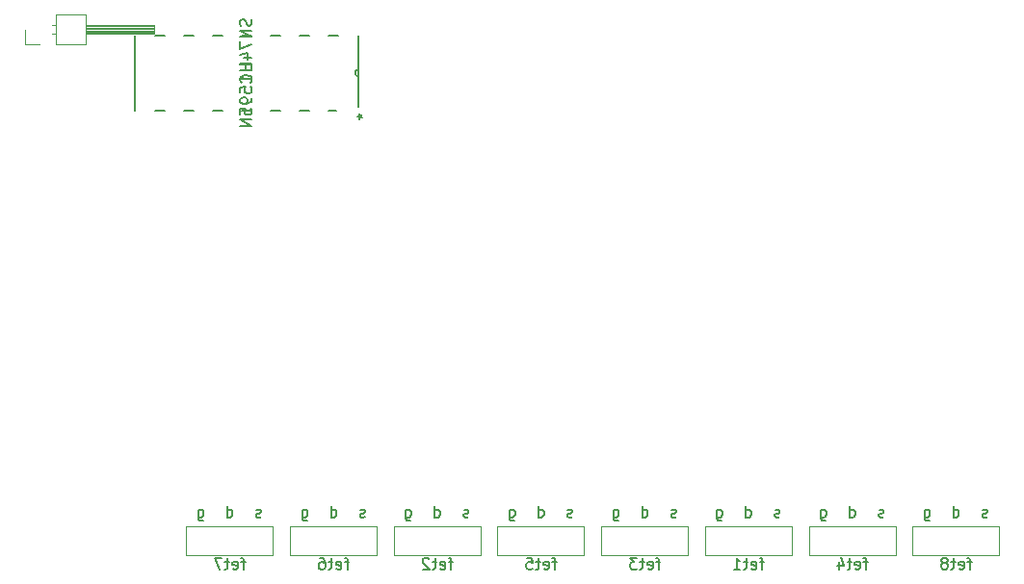
<source format=gbr>
%TF.GenerationSoftware,KiCad,Pcbnew,(5.1.6)-1*%
%TF.CreationDate,2020-12-17T21:40:49-06:00*%
%TF.ProjectId,controller,636f6e74-726f-46c6-9c65-722e6b696361,rev?*%
%TF.SameCoordinates,Original*%
%TF.FileFunction,Legend,Bot*%
%TF.FilePolarity,Positive*%
%FSLAX46Y46*%
G04 Gerber Fmt 4.6, Leading zero omitted, Abs format (unit mm)*
G04 Created by KiCad (PCBNEW (5.1.6)-1) date 2020-12-17 21:40:49*
%MOMM*%
%LPD*%
G01*
G04 APERTURE LIST*
%ADD10C,0.120000*%
%ADD11C,0.152400*%
%ADD12C,0.150000*%
G04 APERTURE END LIST*
D10*
%TO.C,fet1*%
X80491425Y-71270000D02*
X88111425Y-71270000D01*
X88111425Y-71270000D02*
X88111425Y-68730000D01*
X88111425Y-68730000D02*
X80491425Y-68730000D01*
X80491425Y-68730000D02*
X80491425Y-71270000D01*
D11*
%TO.C,U1*%
X50032500Y-29114800D02*
G75*
G02*
X50032500Y-28505200I0J304800D01*
G01*
X30347500Y-32112000D02*
X30347500Y-25508000D01*
X32138569Y-25508000D02*
X33001431Y-25508000D01*
X50032500Y-25508000D02*
X50032500Y-31838835D01*
X48099560Y-32112000D02*
X47378569Y-32112000D01*
X45701431Y-32112000D02*
X44838569Y-32112000D01*
X43161431Y-32112000D02*
X42298569Y-32112000D01*
X40621431Y-32112000D02*
X39758569Y-32112000D01*
X38081431Y-32112000D02*
X37218569Y-32112000D01*
X35541431Y-32112000D02*
X34678569Y-32112000D01*
X33001431Y-32112000D02*
X32138569Y-32112000D01*
X34678569Y-25508000D02*
X35541431Y-25508000D01*
X37218569Y-25508000D02*
X38081431Y-25508000D01*
X39758569Y-25508000D02*
X40621431Y-25508000D01*
X42298569Y-25508000D02*
X43161431Y-25508000D01*
X44838569Y-25508000D02*
X45701431Y-25508000D01*
X47378569Y-25508000D02*
X48241431Y-25508000D01*
D10*
%TO.C,J2*%
X23440000Y-26330000D02*
X23440000Y-23670000D01*
X23440000Y-23670000D02*
X26100000Y-23670000D01*
X26100000Y-23670000D02*
X26100000Y-26330000D01*
X26100000Y-26330000D02*
X23440000Y-26330000D01*
X26100000Y-25380000D02*
X32100000Y-25380000D01*
X32100000Y-25380000D02*
X32100000Y-24620000D01*
X32100000Y-24620000D02*
X26100000Y-24620000D01*
X26100000Y-25320000D02*
X32100000Y-25320000D01*
X26100000Y-25200000D02*
X32100000Y-25200000D01*
X26100000Y-25080000D02*
X32100000Y-25080000D01*
X26100000Y-24960000D02*
X32100000Y-24960000D01*
X26100000Y-24840000D02*
X32100000Y-24840000D01*
X26100000Y-24720000D02*
X32100000Y-24720000D01*
X23110000Y-25380000D02*
X23440000Y-25380000D01*
X23110000Y-24620000D02*
X23440000Y-24620000D01*
X20730000Y-25000000D02*
X20730000Y-26270000D01*
X20730000Y-26270000D02*
X22000000Y-26270000D01*
%TO.C,fet8*%
X98730000Y-71270000D02*
X106350000Y-71270000D01*
X106350000Y-71270000D02*
X106350000Y-68730000D01*
X106350000Y-68730000D02*
X98730000Y-68730000D01*
X98730000Y-68730000D02*
X98730000Y-71270000D01*
%TO.C,fet7*%
X34895000Y-71270000D02*
X42515000Y-71270000D01*
X42515000Y-71270000D02*
X42515000Y-68730000D01*
X42515000Y-68730000D02*
X34895000Y-68730000D01*
X34895000Y-68730000D02*
X34895000Y-71270000D01*
%TO.C,fet6*%
X44014285Y-71270000D02*
X51634285Y-71270000D01*
X51634285Y-71270000D02*
X51634285Y-68730000D01*
X51634285Y-68730000D02*
X44014285Y-68730000D01*
X44014285Y-68730000D02*
X44014285Y-71270000D01*
%TO.C,fet5*%
X62252855Y-71270000D02*
X69872855Y-71270000D01*
X69872855Y-71270000D02*
X69872855Y-68730000D01*
X69872855Y-68730000D02*
X62252855Y-68730000D01*
X62252855Y-68730000D02*
X62252855Y-71270000D01*
%TO.C,fet4*%
X89610710Y-71270000D02*
X97230710Y-71270000D01*
X97230710Y-71270000D02*
X97230710Y-68730000D01*
X97230710Y-68730000D02*
X89610710Y-68730000D01*
X89610710Y-68730000D02*
X89610710Y-71270000D01*
%TO.C,fet3*%
X71372140Y-71270000D02*
X78992140Y-71270000D01*
X78992140Y-71270000D02*
X78992140Y-68730000D01*
X78992140Y-68730000D02*
X71372140Y-68730000D01*
X71372140Y-68730000D02*
X71372140Y-71270000D01*
%TO.C,fet2*%
X53133570Y-71270000D02*
X60753570Y-71270000D01*
X60753570Y-71270000D02*
X60753570Y-68730000D01*
X60753570Y-68730000D02*
X53133570Y-68730000D01*
X53133570Y-68730000D02*
X53133570Y-71270000D01*
%TO.C,fet1*%
D12*
X85682377Y-71825714D02*
X85301425Y-71825714D01*
X85539520Y-72492380D02*
X85539520Y-71635238D01*
X85491901Y-71540000D01*
X85396663Y-71492380D01*
X85301425Y-71492380D01*
X84587139Y-72444761D02*
X84682377Y-72492380D01*
X84872853Y-72492380D01*
X84968091Y-72444761D01*
X85015710Y-72349523D01*
X85015710Y-71968571D01*
X84968091Y-71873333D01*
X84872853Y-71825714D01*
X84682377Y-71825714D01*
X84587139Y-71873333D01*
X84539520Y-71968571D01*
X84539520Y-72063809D01*
X85015710Y-72159047D01*
X84253805Y-71825714D02*
X83872853Y-71825714D01*
X84110948Y-71492380D02*
X84110948Y-72349523D01*
X84063329Y-72444761D01*
X83968091Y-72492380D01*
X83872853Y-72492380D01*
X83015710Y-72492380D02*
X83587139Y-72492380D01*
X83301425Y-72492380D02*
X83301425Y-71492380D01*
X83396663Y-71635238D01*
X83491901Y-71730476D01*
X83587139Y-71778095D01*
X87055710Y-67864761D02*
X86960472Y-67912380D01*
X86769996Y-67912380D01*
X86674758Y-67864761D01*
X86627139Y-67769523D01*
X86627139Y-67721904D01*
X86674758Y-67626666D01*
X86769996Y-67579047D01*
X86912853Y-67579047D01*
X87008091Y-67531428D01*
X87055710Y-67436190D01*
X87055710Y-67388571D01*
X87008091Y-67293333D01*
X86912853Y-67245714D01*
X86769996Y-67245714D01*
X86674758Y-67293333D01*
X84087139Y-67912380D02*
X84087139Y-66912380D01*
X84087139Y-67864761D02*
X84182377Y-67912380D01*
X84372853Y-67912380D01*
X84468091Y-67864761D01*
X84515710Y-67817142D01*
X84563329Y-67721904D01*
X84563329Y-67436190D01*
X84515710Y-67340952D01*
X84468091Y-67293333D01*
X84372853Y-67245714D01*
X84182377Y-67245714D01*
X84087139Y-67293333D01*
X81547139Y-67245714D02*
X81547139Y-68055238D01*
X81594758Y-68150476D01*
X81642377Y-68198095D01*
X81737615Y-68245714D01*
X81880472Y-68245714D01*
X81975710Y-68198095D01*
X81547139Y-67864761D02*
X81642377Y-67912380D01*
X81832853Y-67912380D01*
X81928091Y-67864761D01*
X81975710Y-67817142D01*
X82023329Y-67721904D01*
X82023329Y-67436190D01*
X81975710Y-67340952D01*
X81928091Y-67293333D01*
X81832853Y-67245714D01*
X81642377Y-67245714D01*
X81547139Y-67293333D01*
%TO.C,U1*%
X39642380Y-28048095D02*
X40451904Y-28048095D01*
X40547142Y-28095714D01*
X40594761Y-28143333D01*
X40642380Y-28238571D01*
X40642380Y-28429047D01*
X40594761Y-28524285D01*
X40547142Y-28571904D01*
X40451904Y-28619523D01*
X39642380Y-28619523D01*
X40642380Y-29619523D02*
X40642380Y-29048095D01*
X40642380Y-29333809D02*
X39642380Y-29333809D01*
X39785238Y-29238571D01*
X39880476Y-29143333D01*
X39928095Y-29048095D01*
X40594761Y-24071904D02*
X40642380Y-24214761D01*
X40642380Y-24452857D01*
X40594761Y-24548095D01*
X40547142Y-24595714D01*
X40451904Y-24643333D01*
X40356666Y-24643333D01*
X40261428Y-24595714D01*
X40213809Y-24548095D01*
X40166190Y-24452857D01*
X40118571Y-24262380D01*
X40070952Y-24167142D01*
X40023333Y-24119523D01*
X39928095Y-24071904D01*
X39832857Y-24071904D01*
X39737619Y-24119523D01*
X39690000Y-24167142D01*
X39642380Y-24262380D01*
X39642380Y-24500476D01*
X39690000Y-24643333D01*
X40642380Y-25071904D02*
X39642380Y-25071904D01*
X40642380Y-25643333D01*
X39642380Y-25643333D01*
X39642380Y-26024285D02*
X39642380Y-26690952D01*
X40642380Y-26262380D01*
X39975714Y-27500476D02*
X40642380Y-27500476D01*
X39594761Y-27262380D02*
X40309047Y-27024285D01*
X40309047Y-27643333D01*
X40642380Y-28024285D02*
X39642380Y-28024285D01*
X40118571Y-28024285D02*
X40118571Y-28595714D01*
X40642380Y-28595714D02*
X39642380Y-28595714D01*
X40547142Y-29643333D02*
X40594761Y-29595714D01*
X40642380Y-29452857D01*
X40642380Y-29357619D01*
X40594761Y-29214761D01*
X40499523Y-29119523D01*
X40404285Y-29071904D01*
X40213809Y-29024285D01*
X40070952Y-29024285D01*
X39880476Y-29071904D01*
X39785238Y-29119523D01*
X39690000Y-29214761D01*
X39642380Y-29357619D01*
X39642380Y-29452857D01*
X39690000Y-29595714D01*
X39737619Y-29643333D01*
X39642380Y-30548095D02*
X39642380Y-30071904D01*
X40118571Y-30024285D01*
X40070952Y-30071904D01*
X40023333Y-30167142D01*
X40023333Y-30405238D01*
X40070952Y-30500476D01*
X40118571Y-30548095D01*
X40213809Y-30595714D01*
X40451904Y-30595714D01*
X40547142Y-30548095D01*
X40594761Y-30500476D01*
X40642380Y-30405238D01*
X40642380Y-30167142D01*
X40594761Y-30071904D01*
X40547142Y-30024285D01*
X40642380Y-31071904D02*
X40642380Y-31262380D01*
X40594761Y-31357619D01*
X40547142Y-31405238D01*
X40404285Y-31500476D01*
X40213809Y-31548095D01*
X39832857Y-31548095D01*
X39737619Y-31500476D01*
X39690000Y-31452857D01*
X39642380Y-31357619D01*
X39642380Y-31167142D01*
X39690000Y-31071904D01*
X39737619Y-31024285D01*
X39832857Y-30976666D01*
X40070952Y-30976666D01*
X40166190Y-31024285D01*
X40213809Y-31071904D01*
X40261428Y-31167142D01*
X40261428Y-31357619D01*
X40213809Y-31452857D01*
X40166190Y-31500476D01*
X40070952Y-31548095D01*
X39642380Y-32452857D02*
X39642380Y-31976666D01*
X40118571Y-31929047D01*
X40070952Y-31976666D01*
X40023333Y-32071904D01*
X40023333Y-32310000D01*
X40070952Y-32405238D01*
X40118571Y-32452857D01*
X40213809Y-32500476D01*
X40451904Y-32500476D01*
X40547142Y-32452857D01*
X40594761Y-32405238D01*
X40642380Y-32310000D01*
X40642380Y-32071904D01*
X40594761Y-31976666D01*
X40547142Y-31929047D01*
X40642380Y-32929047D02*
X39642380Y-32929047D01*
X40642380Y-33500476D01*
X39642380Y-33500476D01*
X49942080Y-32620000D02*
X50180176Y-32620000D01*
X50084938Y-32381904D02*
X50180176Y-32620000D01*
X50084938Y-32858095D01*
X50370652Y-32477142D02*
X50180176Y-32620000D01*
X50370652Y-32762857D01*
X49942080Y-32620000D02*
X50180176Y-32620000D01*
X50084938Y-32381904D02*
X50180176Y-32620000D01*
X50084938Y-32858095D01*
X50370652Y-32477142D02*
X50180176Y-32620000D01*
X50370652Y-32762857D01*
%TO.C,fet8*%
X103920952Y-71825714D02*
X103540000Y-71825714D01*
X103778095Y-72492380D02*
X103778095Y-71635238D01*
X103730476Y-71540000D01*
X103635238Y-71492380D01*
X103540000Y-71492380D01*
X102825714Y-72444761D02*
X102920952Y-72492380D01*
X103111428Y-72492380D01*
X103206666Y-72444761D01*
X103254285Y-72349523D01*
X103254285Y-71968571D01*
X103206666Y-71873333D01*
X103111428Y-71825714D01*
X102920952Y-71825714D01*
X102825714Y-71873333D01*
X102778095Y-71968571D01*
X102778095Y-72063809D01*
X103254285Y-72159047D01*
X102492380Y-71825714D02*
X102111428Y-71825714D01*
X102349523Y-71492380D02*
X102349523Y-72349523D01*
X102301904Y-72444761D01*
X102206666Y-72492380D01*
X102111428Y-72492380D01*
X101635238Y-71920952D02*
X101730476Y-71873333D01*
X101778095Y-71825714D01*
X101825714Y-71730476D01*
X101825714Y-71682857D01*
X101778095Y-71587619D01*
X101730476Y-71540000D01*
X101635238Y-71492380D01*
X101444761Y-71492380D01*
X101349523Y-71540000D01*
X101301904Y-71587619D01*
X101254285Y-71682857D01*
X101254285Y-71730476D01*
X101301904Y-71825714D01*
X101349523Y-71873333D01*
X101444761Y-71920952D01*
X101635238Y-71920952D01*
X101730476Y-71968571D01*
X101778095Y-72016190D01*
X101825714Y-72111428D01*
X101825714Y-72301904D01*
X101778095Y-72397142D01*
X101730476Y-72444761D01*
X101635238Y-72492380D01*
X101444761Y-72492380D01*
X101349523Y-72444761D01*
X101301904Y-72397142D01*
X101254285Y-72301904D01*
X101254285Y-72111428D01*
X101301904Y-72016190D01*
X101349523Y-71968571D01*
X101444761Y-71920952D01*
X105294285Y-67864761D02*
X105199047Y-67912380D01*
X105008571Y-67912380D01*
X104913333Y-67864761D01*
X104865714Y-67769523D01*
X104865714Y-67721904D01*
X104913333Y-67626666D01*
X105008571Y-67579047D01*
X105151428Y-67579047D01*
X105246666Y-67531428D01*
X105294285Y-67436190D01*
X105294285Y-67388571D01*
X105246666Y-67293333D01*
X105151428Y-67245714D01*
X105008571Y-67245714D01*
X104913333Y-67293333D01*
X102325714Y-67912380D02*
X102325714Y-66912380D01*
X102325714Y-67864761D02*
X102420952Y-67912380D01*
X102611428Y-67912380D01*
X102706666Y-67864761D01*
X102754285Y-67817142D01*
X102801904Y-67721904D01*
X102801904Y-67436190D01*
X102754285Y-67340952D01*
X102706666Y-67293333D01*
X102611428Y-67245714D01*
X102420952Y-67245714D01*
X102325714Y-67293333D01*
X99785714Y-67245714D02*
X99785714Y-68055238D01*
X99833333Y-68150476D01*
X99880952Y-68198095D01*
X99976190Y-68245714D01*
X100119047Y-68245714D01*
X100214285Y-68198095D01*
X99785714Y-67864761D02*
X99880952Y-67912380D01*
X100071428Y-67912380D01*
X100166666Y-67864761D01*
X100214285Y-67817142D01*
X100261904Y-67721904D01*
X100261904Y-67436190D01*
X100214285Y-67340952D01*
X100166666Y-67293333D01*
X100071428Y-67245714D01*
X99880952Y-67245714D01*
X99785714Y-67293333D01*
%TO.C,fet7*%
X40085952Y-71825714D02*
X39705000Y-71825714D01*
X39943095Y-72492380D02*
X39943095Y-71635238D01*
X39895476Y-71540000D01*
X39800238Y-71492380D01*
X39705000Y-71492380D01*
X38990714Y-72444761D02*
X39085952Y-72492380D01*
X39276428Y-72492380D01*
X39371666Y-72444761D01*
X39419285Y-72349523D01*
X39419285Y-71968571D01*
X39371666Y-71873333D01*
X39276428Y-71825714D01*
X39085952Y-71825714D01*
X38990714Y-71873333D01*
X38943095Y-71968571D01*
X38943095Y-72063809D01*
X39419285Y-72159047D01*
X38657380Y-71825714D02*
X38276428Y-71825714D01*
X38514523Y-71492380D02*
X38514523Y-72349523D01*
X38466904Y-72444761D01*
X38371666Y-72492380D01*
X38276428Y-72492380D01*
X38038333Y-71492380D02*
X37371666Y-71492380D01*
X37800238Y-72492380D01*
X41459285Y-67864761D02*
X41364047Y-67912380D01*
X41173571Y-67912380D01*
X41078333Y-67864761D01*
X41030714Y-67769523D01*
X41030714Y-67721904D01*
X41078333Y-67626666D01*
X41173571Y-67579047D01*
X41316428Y-67579047D01*
X41411666Y-67531428D01*
X41459285Y-67436190D01*
X41459285Y-67388571D01*
X41411666Y-67293333D01*
X41316428Y-67245714D01*
X41173571Y-67245714D01*
X41078333Y-67293333D01*
X38490714Y-67912380D02*
X38490714Y-66912380D01*
X38490714Y-67864761D02*
X38585952Y-67912380D01*
X38776428Y-67912380D01*
X38871666Y-67864761D01*
X38919285Y-67817142D01*
X38966904Y-67721904D01*
X38966904Y-67436190D01*
X38919285Y-67340952D01*
X38871666Y-67293333D01*
X38776428Y-67245714D01*
X38585952Y-67245714D01*
X38490714Y-67293333D01*
X35950714Y-67245714D02*
X35950714Y-68055238D01*
X35998333Y-68150476D01*
X36045952Y-68198095D01*
X36141190Y-68245714D01*
X36284047Y-68245714D01*
X36379285Y-68198095D01*
X35950714Y-67864761D02*
X36045952Y-67912380D01*
X36236428Y-67912380D01*
X36331666Y-67864761D01*
X36379285Y-67817142D01*
X36426904Y-67721904D01*
X36426904Y-67436190D01*
X36379285Y-67340952D01*
X36331666Y-67293333D01*
X36236428Y-67245714D01*
X36045952Y-67245714D01*
X35950714Y-67293333D01*
%TO.C,fet6*%
X49205237Y-71825714D02*
X48824285Y-71825714D01*
X49062380Y-72492380D02*
X49062380Y-71635238D01*
X49014761Y-71540000D01*
X48919523Y-71492380D01*
X48824285Y-71492380D01*
X48109999Y-72444761D02*
X48205237Y-72492380D01*
X48395713Y-72492380D01*
X48490951Y-72444761D01*
X48538570Y-72349523D01*
X48538570Y-71968571D01*
X48490951Y-71873333D01*
X48395713Y-71825714D01*
X48205237Y-71825714D01*
X48109999Y-71873333D01*
X48062380Y-71968571D01*
X48062380Y-72063809D01*
X48538570Y-72159047D01*
X47776665Y-71825714D02*
X47395713Y-71825714D01*
X47633808Y-71492380D02*
X47633808Y-72349523D01*
X47586189Y-72444761D01*
X47490951Y-72492380D01*
X47395713Y-72492380D01*
X46633808Y-71492380D02*
X46824285Y-71492380D01*
X46919523Y-71540000D01*
X46967142Y-71587619D01*
X47062380Y-71730476D01*
X47109999Y-71920952D01*
X47109999Y-72301904D01*
X47062380Y-72397142D01*
X47014761Y-72444761D01*
X46919523Y-72492380D01*
X46729046Y-72492380D01*
X46633808Y-72444761D01*
X46586189Y-72397142D01*
X46538570Y-72301904D01*
X46538570Y-72063809D01*
X46586189Y-71968571D01*
X46633808Y-71920952D01*
X46729046Y-71873333D01*
X46919523Y-71873333D01*
X47014761Y-71920952D01*
X47062380Y-71968571D01*
X47109999Y-72063809D01*
X50578570Y-67864761D02*
X50483332Y-67912380D01*
X50292856Y-67912380D01*
X50197618Y-67864761D01*
X50149999Y-67769523D01*
X50149999Y-67721904D01*
X50197618Y-67626666D01*
X50292856Y-67579047D01*
X50435713Y-67579047D01*
X50530951Y-67531428D01*
X50578570Y-67436190D01*
X50578570Y-67388571D01*
X50530951Y-67293333D01*
X50435713Y-67245714D01*
X50292856Y-67245714D01*
X50197618Y-67293333D01*
X47609999Y-67912380D02*
X47609999Y-66912380D01*
X47609999Y-67864761D02*
X47705237Y-67912380D01*
X47895713Y-67912380D01*
X47990951Y-67864761D01*
X48038570Y-67817142D01*
X48086189Y-67721904D01*
X48086189Y-67436190D01*
X48038570Y-67340952D01*
X47990951Y-67293333D01*
X47895713Y-67245714D01*
X47705237Y-67245714D01*
X47609999Y-67293333D01*
X45069999Y-67245714D02*
X45069999Y-68055238D01*
X45117618Y-68150476D01*
X45165237Y-68198095D01*
X45260475Y-68245714D01*
X45403332Y-68245714D01*
X45498570Y-68198095D01*
X45069999Y-67864761D02*
X45165237Y-67912380D01*
X45355713Y-67912380D01*
X45450951Y-67864761D01*
X45498570Y-67817142D01*
X45546189Y-67721904D01*
X45546189Y-67436190D01*
X45498570Y-67340952D01*
X45450951Y-67293333D01*
X45355713Y-67245714D01*
X45165237Y-67245714D01*
X45069999Y-67293333D01*
%TO.C,fet5*%
X67443807Y-71825714D02*
X67062855Y-71825714D01*
X67300950Y-72492380D02*
X67300950Y-71635238D01*
X67253331Y-71540000D01*
X67158093Y-71492380D01*
X67062855Y-71492380D01*
X66348569Y-72444761D02*
X66443807Y-72492380D01*
X66634283Y-72492380D01*
X66729521Y-72444761D01*
X66777140Y-72349523D01*
X66777140Y-71968571D01*
X66729521Y-71873333D01*
X66634283Y-71825714D01*
X66443807Y-71825714D01*
X66348569Y-71873333D01*
X66300950Y-71968571D01*
X66300950Y-72063809D01*
X66777140Y-72159047D01*
X66015235Y-71825714D02*
X65634283Y-71825714D01*
X65872378Y-71492380D02*
X65872378Y-72349523D01*
X65824759Y-72444761D01*
X65729521Y-72492380D01*
X65634283Y-72492380D01*
X64824759Y-71492380D02*
X65300950Y-71492380D01*
X65348569Y-71968571D01*
X65300950Y-71920952D01*
X65205712Y-71873333D01*
X64967616Y-71873333D01*
X64872378Y-71920952D01*
X64824759Y-71968571D01*
X64777140Y-72063809D01*
X64777140Y-72301904D01*
X64824759Y-72397142D01*
X64872378Y-72444761D01*
X64967616Y-72492380D01*
X65205712Y-72492380D01*
X65300950Y-72444761D01*
X65348569Y-72397142D01*
X68817140Y-67864761D02*
X68721902Y-67912380D01*
X68531426Y-67912380D01*
X68436188Y-67864761D01*
X68388569Y-67769523D01*
X68388569Y-67721904D01*
X68436188Y-67626666D01*
X68531426Y-67579047D01*
X68674283Y-67579047D01*
X68769521Y-67531428D01*
X68817140Y-67436190D01*
X68817140Y-67388571D01*
X68769521Y-67293333D01*
X68674283Y-67245714D01*
X68531426Y-67245714D01*
X68436188Y-67293333D01*
X65848569Y-67912380D02*
X65848569Y-66912380D01*
X65848569Y-67864761D02*
X65943807Y-67912380D01*
X66134283Y-67912380D01*
X66229521Y-67864761D01*
X66277140Y-67817142D01*
X66324759Y-67721904D01*
X66324759Y-67436190D01*
X66277140Y-67340952D01*
X66229521Y-67293333D01*
X66134283Y-67245714D01*
X65943807Y-67245714D01*
X65848569Y-67293333D01*
X63308569Y-67245714D02*
X63308569Y-68055238D01*
X63356188Y-68150476D01*
X63403807Y-68198095D01*
X63499045Y-68245714D01*
X63641902Y-68245714D01*
X63737140Y-68198095D01*
X63308569Y-67864761D02*
X63403807Y-67912380D01*
X63594283Y-67912380D01*
X63689521Y-67864761D01*
X63737140Y-67817142D01*
X63784759Y-67721904D01*
X63784759Y-67436190D01*
X63737140Y-67340952D01*
X63689521Y-67293333D01*
X63594283Y-67245714D01*
X63403807Y-67245714D01*
X63308569Y-67293333D01*
%TO.C,fet4*%
X94801662Y-71825714D02*
X94420710Y-71825714D01*
X94658805Y-72492380D02*
X94658805Y-71635238D01*
X94611186Y-71540000D01*
X94515948Y-71492380D01*
X94420710Y-71492380D01*
X93706424Y-72444761D02*
X93801662Y-72492380D01*
X93992138Y-72492380D01*
X94087376Y-72444761D01*
X94134995Y-72349523D01*
X94134995Y-71968571D01*
X94087376Y-71873333D01*
X93992138Y-71825714D01*
X93801662Y-71825714D01*
X93706424Y-71873333D01*
X93658805Y-71968571D01*
X93658805Y-72063809D01*
X94134995Y-72159047D01*
X93373090Y-71825714D02*
X92992138Y-71825714D01*
X93230233Y-71492380D02*
X93230233Y-72349523D01*
X93182614Y-72444761D01*
X93087376Y-72492380D01*
X92992138Y-72492380D01*
X92230233Y-71825714D02*
X92230233Y-72492380D01*
X92468329Y-71444761D02*
X92706424Y-72159047D01*
X92087376Y-72159047D01*
X96174995Y-67864761D02*
X96079757Y-67912380D01*
X95889281Y-67912380D01*
X95794043Y-67864761D01*
X95746424Y-67769523D01*
X95746424Y-67721904D01*
X95794043Y-67626666D01*
X95889281Y-67579047D01*
X96032138Y-67579047D01*
X96127376Y-67531428D01*
X96174995Y-67436190D01*
X96174995Y-67388571D01*
X96127376Y-67293333D01*
X96032138Y-67245714D01*
X95889281Y-67245714D01*
X95794043Y-67293333D01*
X93206424Y-67912380D02*
X93206424Y-66912380D01*
X93206424Y-67864761D02*
X93301662Y-67912380D01*
X93492138Y-67912380D01*
X93587376Y-67864761D01*
X93634995Y-67817142D01*
X93682614Y-67721904D01*
X93682614Y-67436190D01*
X93634995Y-67340952D01*
X93587376Y-67293333D01*
X93492138Y-67245714D01*
X93301662Y-67245714D01*
X93206424Y-67293333D01*
X90666424Y-67245714D02*
X90666424Y-68055238D01*
X90714043Y-68150476D01*
X90761662Y-68198095D01*
X90856900Y-68245714D01*
X90999757Y-68245714D01*
X91094995Y-68198095D01*
X90666424Y-67864761D02*
X90761662Y-67912380D01*
X90952138Y-67912380D01*
X91047376Y-67864761D01*
X91094995Y-67817142D01*
X91142614Y-67721904D01*
X91142614Y-67436190D01*
X91094995Y-67340952D01*
X91047376Y-67293333D01*
X90952138Y-67245714D01*
X90761662Y-67245714D01*
X90666424Y-67293333D01*
%TO.C,fet3*%
X76563092Y-71825714D02*
X76182140Y-71825714D01*
X76420235Y-72492380D02*
X76420235Y-71635238D01*
X76372616Y-71540000D01*
X76277378Y-71492380D01*
X76182140Y-71492380D01*
X75467854Y-72444761D02*
X75563092Y-72492380D01*
X75753568Y-72492380D01*
X75848806Y-72444761D01*
X75896425Y-72349523D01*
X75896425Y-71968571D01*
X75848806Y-71873333D01*
X75753568Y-71825714D01*
X75563092Y-71825714D01*
X75467854Y-71873333D01*
X75420235Y-71968571D01*
X75420235Y-72063809D01*
X75896425Y-72159047D01*
X75134520Y-71825714D02*
X74753568Y-71825714D01*
X74991663Y-71492380D02*
X74991663Y-72349523D01*
X74944044Y-72444761D01*
X74848806Y-72492380D01*
X74753568Y-72492380D01*
X74515473Y-71492380D02*
X73896425Y-71492380D01*
X74229759Y-71873333D01*
X74086901Y-71873333D01*
X73991663Y-71920952D01*
X73944044Y-71968571D01*
X73896425Y-72063809D01*
X73896425Y-72301904D01*
X73944044Y-72397142D01*
X73991663Y-72444761D01*
X74086901Y-72492380D01*
X74372616Y-72492380D01*
X74467854Y-72444761D01*
X74515473Y-72397142D01*
X77936425Y-67864761D02*
X77841187Y-67912380D01*
X77650711Y-67912380D01*
X77555473Y-67864761D01*
X77507854Y-67769523D01*
X77507854Y-67721904D01*
X77555473Y-67626666D01*
X77650711Y-67579047D01*
X77793568Y-67579047D01*
X77888806Y-67531428D01*
X77936425Y-67436190D01*
X77936425Y-67388571D01*
X77888806Y-67293333D01*
X77793568Y-67245714D01*
X77650711Y-67245714D01*
X77555473Y-67293333D01*
X74967854Y-67912380D02*
X74967854Y-66912380D01*
X74967854Y-67864761D02*
X75063092Y-67912380D01*
X75253568Y-67912380D01*
X75348806Y-67864761D01*
X75396425Y-67817142D01*
X75444044Y-67721904D01*
X75444044Y-67436190D01*
X75396425Y-67340952D01*
X75348806Y-67293333D01*
X75253568Y-67245714D01*
X75063092Y-67245714D01*
X74967854Y-67293333D01*
X72427854Y-67245714D02*
X72427854Y-68055238D01*
X72475473Y-68150476D01*
X72523092Y-68198095D01*
X72618330Y-68245714D01*
X72761187Y-68245714D01*
X72856425Y-68198095D01*
X72427854Y-67864761D02*
X72523092Y-67912380D01*
X72713568Y-67912380D01*
X72808806Y-67864761D01*
X72856425Y-67817142D01*
X72904044Y-67721904D01*
X72904044Y-67436190D01*
X72856425Y-67340952D01*
X72808806Y-67293333D01*
X72713568Y-67245714D01*
X72523092Y-67245714D01*
X72427854Y-67293333D01*
%TO.C,fet2*%
X58324522Y-71825714D02*
X57943570Y-71825714D01*
X58181665Y-72492380D02*
X58181665Y-71635238D01*
X58134046Y-71540000D01*
X58038808Y-71492380D01*
X57943570Y-71492380D01*
X57229284Y-72444761D02*
X57324522Y-72492380D01*
X57514998Y-72492380D01*
X57610236Y-72444761D01*
X57657855Y-72349523D01*
X57657855Y-71968571D01*
X57610236Y-71873333D01*
X57514998Y-71825714D01*
X57324522Y-71825714D01*
X57229284Y-71873333D01*
X57181665Y-71968571D01*
X57181665Y-72063809D01*
X57657855Y-72159047D01*
X56895950Y-71825714D02*
X56514998Y-71825714D01*
X56753093Y-71492380D02*
X56753093Y-72349523D01*
X56705474Y-72444761D01*
X56610236Y-72492380D01*
X56514998Y-72492380D01*
X56229284Y-71587619D02*
X56181665Y-71540000D01*
X56086427Y-71492380D01*
X55848331Y-71492380D01*
X55753093Y-71540000D01*
X55705474Y-71587619D01*
X55657855Y-71682857D01*
X55657855Y-71778095D01*
X55705474Y-71920952D01*
X56276903Y-72492380D01*
X55657855Y-72492380D01*
X59697855Y-67864761D02*
X59602617Y-67912380D01*
X59412141Y-67912380D01*
X59316903Y-67864761D01*
X59269284Y-67769523D01*
X59269284Y-67721904D01*
X59316903Y-67626666D01*
X59412141Y-67579047D01*
X59554998Y-67579047D01*
X59650236Y-67531428D01*
X59697855Y-67436190D01*
X59697855Y-67388571D01*
X59650236Y-67293333D01*
X59554998Y-67245714D01*
X59412141Y-67245714D01*
X59316903Y-67293333D01*
X56729284Y-67912380D02*
X56729284Y-66912380D01*
X56729284Y-67864761D02*
X56824522Y-67912380D01*
X57014998Y-67912380D01*
X57110236Y-67864761D01*
X57157855Y-67817142D01*
X57205474Y-67721904D01*
X57205474Y-67436190D01*
X57157855Y-67340952D01*
X57110236Y-67293333D01*
X57014998Y-67245714D01*
X56824522Y-67245714D01*
X56729284Y-67293333D01*
X54189284Y-67245714D02*
X54189284Y-68055238D01*
X54236903Y-68150476D01*
X54284522Y-68198095D01*
X54379760Y-68245714D01*
X54522617Y-68245714D01*
X54617855Y-68198095D01*
X54189284Y-67864761D02*
X54284522Y-67912380D01*
X54474998Y-67912380D01*
X54570236Y-67864761D01*
X54617855Y-67817142D01*
X54665474Y-67721904D01*
X54665474Y-67436190D01*
X54617855Y-67340952D01*
X54570236Y-67293333D01*
X54474998Y-67245714D01*
X54284522Y-67245714D01*
X54189284Y-67293333D01*
%TD*%
M02*

</source>
